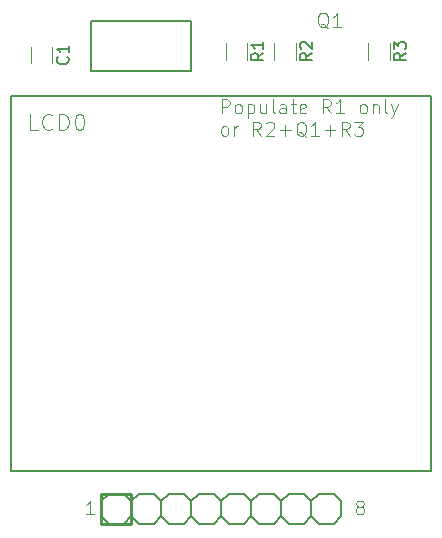
<source format=gbr>
%TF.GenerationSoftware,KiCad,Pcbnew,9.0.5*%
%TF.CreationDate,2025-10-17T16:28:27+07:00*%
%TF.ProjectId,Nokia 1202 breakout,4e6f6b69-6120-4313-9230-322062726561,rev?*%
%TF.SameCoordinates,Original*%
%TF.FileFunction,Legend,Top*%
%TF.FilePolarity,Positive*%
%FSLAX46Y46*%
G04 Gerber Fmt 4.6, Leading zero omitted, Abs format (unit mm)*
G04 Created by KiCad (PCBNEW 9.0.5) date 2025-10-17 16:28:27*
%MOMM*%
%LPD*%
G01*
G04 APERTURE LIST*
%ADD10C,0.254000*%
%ADD11C,0.101600*%
%ADD12C,0.150000*%
%ADD13C,0.120000*%
%ADD14C,0.066650*%
%ADD15C,0.152400*%
%ADD16C,0.127000*%
G04 APERTURE END LIST*
D10*
X140891100Y-124047350D02*
X138351100Y-124047350D01*
X138351100Y-124047350D02*
X138351100Y-126587350D01*
X138351100Y-126587350D02*
X140891100Y-126587350D01*
X140891100Y-126587350D02*
X140891100Y-124047350D01*
D11*
X137720651Y-125804076D02*
X137052994Y-125804076D01*
X137386822Y-125804076D02*
X137386822Y-124635676D01*
X137386822Y-124635676D02*
X137275546Y-124802590D01*
X137275546Y-124802590D02*
X137164270Y-124913866D01*
X137164270Y-124913866D02*
X137052994Y-124969504D01*
X148538632Y-91831576D02*
X148538632Y-90663176D01*
X148538632Y-90663176D02*
X148983737Y-90663176D01*
X148983737Y-90663176D02*
X149095013Y-90718814D01*
X149095013Y-90718814D02*
X149150651Y-90774452D01*
X149150651Y-90774452D02*
X149206289Y-90885728D01*
X149206289Y-90885728D02*
X149206289Y-91052642D01*
X149206289Y-91052642D02*
X149150651Y-91163918D01*
X149150651Y-91163918D02*
X149095013Y-91219557D01*
X149095013Y-91219557D02*
X148983737Y-91275195D01*
X148983737Y-91275195D02*
X148538632Y-91275195D01*
X149873946Y-91831576D02*
X149762670Y-91775938D01*
X149762670Y-91775938D02*
X149707032Y-91720299D01*
X149707032Y-91720299D02*
X149651394Y-91609023D01*
X149651394Y-91609023D02*
X149651394Y-91275195D01*
X149651394Y-91275195D02*
X149707032Y-91163918D01*
X149707032Y-91163918D02*
X149762670Y-91108280D01*
X149762670Y-91108280D02*
X149873946Y-91052642D01*
X149873946Y-91052642D02*
X150040861Y-91052642D01*
X150040861Y-91052642D02*
X150152137Y-91108280D01*
X150152137Y-91108280D02*
X150207775Y-91163918D01*
X150207775Y-91163918D02*
X150263413Y-91275195D01*
X150263413Y-91275195D02*
X150263413Y-91609023D01*
X150263413Y-91609023D02*
X150207775Y-91720299D01*
X150207775Y-91720299D02*
X150152137Y-91775938D01*
X150152137Y-91775938D02*
X150040861Y-91831576D01*
X150040861Y-91831576D02*
X149873946Y-91831576D01*
X150764156Y-91052642D02*
X150764156Y-92221042D01*
X150764156Y-91108280D02*
X150875432Y-91052642D01*
X150875432Y-91052642D02*
X151097985Y-91052642D01*
X151097985Y-91052642D02*
X151209261Y-91108280D01*
X151209261Y-91108280D02*
X151264899Y-91163918D01*
X151264899Y-91163918D02*
X151320537Y-91275195D01*
X151320537Y-91275195D02*
X151320537Y-91609023D01*
X151320537Y-91609023D02*
X151264899Y-91720299D01*
X151264899Y-91720299D02*
X151209261Y-91775938D01*
X151209261Y-91775938D02*
X151097985Y-91831576D01*
X151097985Y-91831576D02*
X150875432Y-91831576D01*
X150875432Y-91831576D02*
X150764156Y-91775938D01*
X152322023Y-91052642D02*
X152322023Y-91831576D01*
X151821280Y-91052642D02*
X151821280Y-91664661D01*
X151821280Y-91664661D02*
X151876918Y-91775938D01*
X151876918Y-91775938D02*
X151988194Y-91831576D01*
X151988194Y-91831576D02*
X152155109Y-91831576D01*
X152155109Y-91831576D02*
X152266385Y-91775938D01*
X152266385Y-91775938D02*
X152322023Y-91720299D01*
X153045318Y-91831576D02*
X152934042Y-91775938D01*
X152934042Y-91775938D02*
X152878404Y-91664661D01*
X152878404Y-91664661D02*
X152878404Y-90663176D01*
X153991166Y-91831576D02*
X153991166Y-91219557D01*
X153991166Y-91219557D02*
X153935528Y-91108280D01*
X153935528Y-91108280D02*
X153824252Y-91052642D01*
X153824252Y-91052642D02*
X153601699Y-91052642D01*
X153601699Y-91052642D02*
X153490423Y-91108280D01*
X153991166Y-91775938D02*
X153879890Y-91831576D01*
X153879890Y-91831576D02*
X153601699Y-91831576D01*
X153601699Y-91831576D02*
X153490423Y-91775938D01*
X153490423Y-91775938D02*
X153434785Y-91664661D01*
X153434785Y-91664661D02*
X153434785Y-91553385D01*
X153434785Y-91553385D02*
X153490423Y-91442109D01*
X153490423Y-91442109D02*
X153601699Y-91386471D01*
X153601699Y-91386471D02*
X153879890Y-91386471D01*
X153879890Y-91386471D02*
X153991166Y-91330833D01*
X154380633Y-91052642D02*
X154825737Y-91052642D01*
X154547547Y-90663176D02*
X154547547Y-91664661D01*
X154547547Y-91664661D02*
X154603185Y-91775938D01*
X154603185Y-91775938D02*
X154714461Y-91831576D01*
X154714461Y-91831576D02*
X154825737Y-91831576D01*
X155660309Y-91775938D02*
X155549033Y-91831576D01*
X155549033Y-91831576D02*
X155326480Y-91831576D01*
X155326480Y-91831576D02*
X155215204Y-91775938D01*
X155215204Y-91775938D02*
X155159566Y-91664661D01*
X155159566Y-91664661D02*
X155159566Y-91219557D01*
X155159566Y-91219557D02*
X155215204Y-91108280D01*
X155215204Y-91108280D02*
X155326480Y-91052642D01*
X155326480Y-91052642D02*
X155549033Y-91052642D01*
X155549033Y-91052642D02*
X155660309Y-91108280D01*
X155660309Y-91108280D02*
X155715947Y-91219557D01*
X155715947Y-91219557D02*
X155715947Y-91330833D01*
X155715947Y-91330833D02*
X155159566Y-91442109D01*
X157774557Y-91831576D02*
X157385090Y-91275195D01*
X157106900Y-91831576D02*
X157106900Y-90663176D01*
X157106900Y-90663176D02*
X157552005Y-90663176D01*
X157552005Y-90663176D02*
X157663281Y-90718814D01*
X157663281Y-90718814D02*
X157718919Y-90774452D01*
X157718919Y-90774452D02*
X157774557Y-90885728D01*
X157774557Y-90885728D02*
X157774557Y-91052642D01*
X157774557Y-91052642D02*
X157718919Y-91163918D01*
X157718919Y-91163918D02*
X157663281Y-91219557D01*
X157663281Y-91219557D02*
X157552005Y-91275195D01*
X157552005Y-91275195D02*
X157106900Y-91275195D01*
X158887319Y-91831576D02*
X158219662Y-91831576D01*
X158553490Y-91831576D02*
X158553490Y-90663176D01*
X158553490Y-90663176D02*
X158442214Y-90830090D01*
X158442214Y-90830090D02*
X158330938Y-90941366D01*
X158330938Y-90941366D02*
X158219662Y-90997004D01*
X160445186Y-91831576D02*
X160333910Y-91775938D01*
X160333910Y-91775938D02*
X160278272Y-91720299D01*
X160278272Y-91720299D02*
X160222634Y-91609023D01*
X160222634Y-91609023D02*
X160222634Y-91275195D01*
X160222634Y-91275195D02*
X160278272Y-91163918D01*
X160278272Y-91163918D02*
X160333910Y-91108280D01*
X160333910Y-91108280D02*
X160445186Y-91052642D01*
X160445186Y-91052642D02*
X160612101Y-91052642D01*
X160612101Y-91052642D02*
X160723377Y-91108280D01*
X160723377Y-91108280D02*
X160779015Y-91163918D01*
X160779015Y-91163918D02*
X160834653Y-91275195D01*
X160834653Y-91275195D02*
X160834653Y-91609023D01*
X160834653Y-91609023D02*
X160779015Y-91720299D01*
X160779015Y-91720299D02*
X160723377Y-91775938D01*
X160723377Y-91775938D02*
X160612101Y-91831576D01*
X160612101Y-91831576D02*
X160445186Y-91831576D01*
X161335396Y-91052642D02*
X161335396Y-91831576D01*
X161335396Y-91163918D02*
X161391034Y-91108280D01*
X161391034Y-91108280D02*
X161502310Y-91052642D01*
X161502310Y-91052642D02*
X161669225Y-91052642D01*
X161669225Y-91052642D02*
X161780501Y-91108280D01*
X161780501Y-91108280D02*
X161836139Y-91219557D01*
X161836139Y-91219557D02*
X161836139Y-91831576D01*
X162559434Y-91831576D02*
X162448158Y-91775938D01*
X162448158Y-91775938D02*
X162392520Y-91664661D01*
X162392520Y-91664661D02*
X162392520Y-90663176D01*
X162893263Y-91052642D02*
X163171453Y-91831576D01*
X163449644Y-91052642D02*
X163171453Y-91831576D01*
X163171453Y-91831576D02*
X163060177Y-92109766D01*
X163060177Y-92109766D02*
X163004539Y-92165404D01*
X163004539Y-92165404D02*
X162893263Y-92221042D01*
X148705546Y-93736576D02*
X148594270Y-93680938D01*
X148594270Y-93680938D02*
X148538632Y-93625299D01*
X148538632Y-93625299D02*
X148482994Y-93514023D01*
X148482994Y-93514023D02*
X148482994Y-93180195D01*
X148482994Y-93180195D02*
X148538632Y-93068918D01*
X148538632Y-93068918D02*
X148594270Y-93013280D01*
X148594270Y-93013280D02*
X148705546Y-92957642D01*
X148705546Y-92957642D02*
X148872461Y-92957642D01*
X148872461Y-92957642D02*
X148983737Y-93013280D01*
X148983737Y-93013280D02*
X149039375Y-93068918D01*
X149039375Y-93068918D02*
X149095013Y-93180195D01*
X149095013Y-93180195D02*
X149095013Y-93514023D01*
X149095013Y-93514023D02*
X149039375Y-93625299D01*
X149039375Y-93625299D02*
X148983737Y-93680938D01*
X148983737Y-93680938D02*
X148872461Y-93736576D01*
X148872461Y-93736576D02*
X148705546Y-93736576D01*
X149595756Y-93736576D02*
X149595756Y-92957642D01*
X149595756Y-93180195D02*
X149651394Y-93068918D01*
X149651394Y-93068918D02*
X149707032Y-93013280D01*
X149707032Y-93013280D02*
X149818308Y-92957642D01*
X149818308Y-92957642D02*
X149929585Y-92957642D01*
X151876918Y-93736576D02*
X151487451Y-93180195D01*
X151209261Y-93736576D02*
X151209261Y-92568176D01*
X151209261Y-92568176D02*
X151654366Y-92568176D01*
X151654366Y-92568176D02*
X151765642Y-92623814D01*
X151765642Y-92623814D02*
X151821280Y-92679452D01*
X151821280Y-92679452D02*
X151876918Y-92790728D01*
X151876918Y-92790728D02*
X151876918Y-92957642D01*
X151876918Y-92957642D02*
X151821280Y-93068918D01*
X151821280Y-93068918D02*
X151765642Y-93124557D01*
X151765642Y-93124557D02*
X151654366Y-93180195D01*
X151654366Y-93180195D02*
X151209261Y-93180195D01*
X152322023Y-92679452D02*
X152377661Y-92623814D01*
X152377661Y-92623814D02*
X152488937Y-92568176D01*
X152488937Y-92568176D02*
X152767128Y-92568176D01*
X152767128Y-92568176D02*
X152878404Y-92623814D01*
X152878404Y-92623814D02*
X152934042Y-92679452D01*
X152934042Y-92679452D02*
X152989680Y-92790728D01*
X152989680Y-92790728D02*
X152989680Y-92902004D01*
X152989680Y-92902004D02*
X152934042Y-93068918D01*
X152934042Y-93068918D02*
X152266385Y-93736576D01*
X152266385Y-93736576D02*
X152989680Y-93736576D01*
X153490423Y-93291471D02*
X154380633Y-93291471D01*
X153935528Y-93736576D02*
X153935528Y-92846366D01*
X155715946Y-93847852D02*
X155604670Y-93792214D01*
X155604670Y-93792214D02*
X155493394Y-93680938D01*
X155493394Y-93680938D02*
X155326480Y-93514023D01*
X155326480Y-93514023D02*
X155215203Y-93458385D01*
X155215203Y-93458385D02*
X155103927Y-93458385D01*
X155159565Y-93736576D02*
X155048289Y-93680938D01*
X155048289Y-93680938D02*
X154937013Y-93569661D01*
X154937013Y-93569661D02*
X154881375Y-93347109D01*
X154881375Y-93347109D02*
X154881375Y-92957642D01*
X154881375Y-92957642D02*
X154937013Y-92735090D01*
X154937013Y-92735090D02*
X155048289Y-92623814D01*
X155048289Y-92623814D02*
X155159565Y-92568176D01*
X155159565Y-92568176D02*
X155382118Y-92568176D01*
X155382118Y-92568176D02*
X155493394Y-92623814D01*
X155493394Y-92623814D02*
X155604670Y-92735090D01*
X155604670Y-92735090D02*
X155660308Y-92957642D01*
X155660308Y-92957642D02*
X155660308Y-93347109D01*
X155660308Y-93347109D02*
X155604670Y-93569661D01*
X155604670Y-93569661D02*
X155493394Y-93680938D01*
X155493394Y-93680938D02*
X155382118Y-93736576D01*
X155382118Y-93736576D02*
X155159565Y-93736576D01*
X156773070Y-93736576D02*
X156105413Y-93736576D01*
X156439241Y-93736576D02*
X156439241Y-92568176D01*
X156439241Y-92568176D02*
X156327965Y-92735090D01*
X156327965Y-92735090D02*
X156216689Y-92846366D01*
X156216689Y-92846366D02*
X156105413Y-92902004D01*
X157273813Y-93291471D02*
X158164023Y-93291471D01*
X157718918Y-93736576D02*
X157718918Y-92846366D01*
X159388060Y-93736576D02*
X158998593Y-93180195D01*
X158720403Y-93736576D02*
X158720403Y-92568176D01*
X158720403Y-92568176D02*
X159165508Y-92568176D01*
X159165508Y-92568176D02*
X159276784Y-92623814D01*
X159276784Y-92623814D02*
X159332422Y-92679452D01*
X159332422Y-92679452D02*
X159388060Y-92790728D01*
X159388060Y-92790728D02*
X159388060Y-92957642D01*
X159388060Y-92957642D02*
X159332422Y-93068918D01*
X159332422Y-93068918D02*
X159276784Y-93124557D01*
X159276784Y-93124557D02*
X159165508Y-93180195D01*
X159165508Y-93180195D02*
X158720403Y-93180195D01*
X159777527Y-92568176D02*
X160500822Y-92568176D01*
X160500822Y-92568176D02*
X160111355Y-93013280D01*
X160111355Y-93013280D02*
X160278270Y-93013280D01*
X160278270Y-93013280D02*
X160389546Y-93068918D01*
X160389546Y-93068918D02*
X160445184Y-93124557D01*
X160445184Y-93124557D02*
X160500822Y-93235833D01*
X160500822Y-93235833D02*
X160500822Y-93514023D01*
X160500822Y-93514023D02*
X160445184Y-93625299D01*
X160445184Y-93625299D02*
X160389546Y-93680938D01*
X160389546Y-93680938D02*
X160278270Y-93736576D01*
X160278270Y-93736576D02*
X159944441Y-93736576D01*
X159944441Y-93736576D02*
X159833165Y-93680938D01*
X159833165Y-93680938D02*
X159777527Y-93625299D01*
X160135546Y-125136418D02*
X160024270Y-125080780D01*
X160024270Y-125080780D02*
X159968632Y-125025142D01*
X159968632Y-125025142D02*
X159912994Y-124913866D01*
X159912994Y-124913866D02*
X159912994Y-124858228D01*
X159912994Y-124858228D02*
X159968632Y-124746952D01*
X159968632Y-124746952D02*
X160024270Y-124691314D01*
X160024270Y-124691314D02*
X160135546Y-124635676D01*
X160135546Y-124635676D02*
X160358099Y-124635676D01*
X160358099Y-124635676D02*
X160469375Y-124691314D01*
X160469375Y-124691314D02*
X160525013Y-124746952D01*
X160525013Y-124746952D02*
X160580651Y-124858228D01*
X160580651Y-124858228D02*
X160580651Y-124913866D01*
X160580651Y-124913866D02*
X160525013Y-125025142D01*
X160525013Y-125025142D02*
X160469375Y-125080780D01*
X160469375Y-125080780D02*
X160358099Y-125136418D01*
X160358099Y-125136418D02*
X160135546Y-125136418D01*
X160135546Y-125136418D02*
X160024270Y-125192057D01*
X160024270Y-125192057D02*
X159968632Y-125247695D01*
X159968632Y-125247695D02*
X159912994Y-125358971D01*
X159912994Y-125358971D02*
X159912994Y-125581523D01*
X159912994Y-125581523D02*
X159968632Y-125692799D01*
X159968632Y-125692799D02*
X160024270Y-125748438D01*
X160024270Y-125748438D02*
X160135546Y-125804076D01*
X160135546Y-125804076D02*
X160358099Y-125804076D01*
X160358099Y-125804076D02*
X160469375Y-125748438D01*
X160469375Y-125748438D02*
X160525013Y-125692799D01*
X160525013Y-125692799D02*
X160580651Y-125581523D01*
X160580651Y-125581523D02*
X160580651Y-125358971D01*
X160580651Y-125358971D02*
X160525013Y-125247695D01*
X160525013Y-125247695D02*
X160469375Y-125192057D01*
X160469375Y-125192057D02*
X160358099Y-125136418D01*
D12*
X135480680Y-87066516D02*
X135528300Y-87114135D01*
X135528300Y-87114135D02*
X135575919Y-87256992D01*
X135575919Y-87256992D02*
X135575919Y-87352230D01*
X135575919Y-87352230D02*
X135528300Y-87495087D01*
X135528300Y-87495087D02*
X135433061Y-87590325D01*
X135433061Y-87590325D02*
X135337823Y-87637944D01*
X135337823Y-87637944D02*
X135147347Y-87685563D01*
X135147347Y-87685563D02*
X135004490Y-87685563D01*
X135004490Y-87685563D02*
X134814014Y-87637944D01*
X134814014Y-87637944D02*
X134718776Y-87590325D01*
X134718776Y-87590325D02*
X134623538Y-87495087D01*
X134623538Y-87495087D02*
X134575919Y-87352230D01*
X134575919Y-87352230D02*
X134575919Y-87256992D01*
X134575919Y-87256992D02*
X134623538Y-87114135D01*
X134623538Y-87114135D02*
X134671157Y-87066516D01*
X135575919Y-86114135D02*
X135575919Y-86685563D01*
X135575919Y-86399849D02*
X134575919Y-86399849D01*
X134575919Y-86399849D02*
X134718776Y-86495087D01*
X134718776Y-86495087D02*
X134814014Y-86590325D01*
X134814014Y-86590325D02*
X134861633Y-86685563D01*
X152065919Y-86749016D02*
X151589728Y-87082349D01*
X152065919Y-87320444D02*
X151065919Y-87320444D01*
X151065919Y-87320444D02*
X151065919Y-86939492D01*
X151065919Y-86939492D02*
X151113538Y-86844254D01*
X151113538Y-86844254D02*
X151161157Y-86796635D01*
X151161157Y-86796635D02*
X151256395Y-86749016D01*
X151256395Y-86749016D02*
X151399252Y-86749016D01*
X151399252Y-86749016D02*
X151494490Y-86796635D01*
X151494490Y-86796635D02*
X151542109Y-86844254D01*
X151542109Y-86844254D02*
X151589728Y-86939492D01*
X151589728Y-86939492D02*
X151589728Y-87320444D01*
X152065919Y-85796635D02*
X152065919Y-86368063D01*
X152065919Y-86082349D02*
X151065919Y-86082349D01*
X151065919Y-86082349D02*
X151208776Y-86177587D01*
X151208776Y-86177587D02*
X151304014Y-86272825D01*
X151304014Y-86272825D02*
X151351633Y-86368063D01*
X156193419Y-86749016D02*
X155717228Y-87082349D01*
X156193419Y-87320444D02*
X155193419Y-87320444D01*
X155193419Y-87320444D02*
X155193419Y-86939492D01*
X155193419Y-86939492D02*
X155241038Y-86844254D01*
X155241038Y-86844254D02*
X155288657Y-86796635D01*
X155288657Y-86796635D02*
X155383895Y-86749016D01*
X155383895Y-86749016D02*
X155526752Y-86749016D01*
X155526752Y-86749016D02*
X155621990Y-86796635D01*
X155621990Y-86796635D02*
X155669609Y-86844254D01*
X155669609Y-86844254D02*
X155717228Y-86939492D01*
X155717228Y-86939492D02*
X155717228Y-87320444D01*
X155288657Y-86368063D02*
X155241038Y-86320444D01*
X155241038Y-86320444D02*
X155193419Y-86225206D01*
X155193419Y-86225206D02*
X155193419Y-85987111D01*
X155193419Y-85987111D02*
X155241038Y-85891873D01*
X155241038Y-85891873D02*
X155288657Y-85844254D01*
X155288657Y-85844254D02*
X155383895Y-85796635D01*
X155383895Y-85796635D02*
X155479133Y-85796635D01*
X155479133Y-85796635D02*
X155621990Y-85844254D01*
X155621990Y-85844254D02*
X156193419Y-86415682D01*
X156193419Y-86415682D02*
X156193419Y-85796635D01*
X164130919Y-86749016D02*
X163654728Y-87082349D01*
X164130919Y-87320444D02*
X163130919Y-87320444D01*
X163130919Y-87320444D02*
X163130919Y-86939492D01*
X163130919Y-86939492D02*
X163178538Y-86844254D01*
X163178538Y-86844254D02*
X163226157Y-86796635D01*
X163226157Y-86796635D02*
X163321395Y-86749016D01*
X163321395Y-86749016D02*
X163464252Y-86749016D01*
X163464252Y-86749016D02*
X163559490Y-86796635D01*
X163559490Y-86796635D02*
X163607109Y-86844254D01*
X163607109Y-86844254D02*
X163654728Y-86939492D01*
X163654728Y-86939492D02*
X163654728Y-87320444D01*
X163130919Y-86415682D02*
X163130919Y-85796635D01*
X163130919Y-85796635D02*
X163511871Y-86129968D01*
X163511871Y-86129968D02*
X163511871Y-85987111D01*
X163511871Y-85987111D02*
X163559490Y-85891873D01*
X163559490Y-85891873D02*
X163607109Y-85844254D01*
X163607109Y-85844254D02*
X163702347Y-85796635D01*
X163702347Y-85796635D02*
X163940442Y-85796635D01*
X163940442Y-85796635D02*
X164035680Y-85844254D01*
X164035680Y-85844254D02*
X164083300Y-85891873D01*
X164083300Y-85891873D02*
X164130919Y-85987111D01*
X164130919Y-85987111D02*
X164130919Y-86272825D01*
X164130919Y-86272825D02*
X164083300Y-86368063D01*
X164083300Y-86368063D02*
X164035680Y-86415682D01*
D13*
X132955761Y-93277224D02*
X132298618Y-93277224D01*
X132298618Y-93277224D02*
X132298618Y-91897224D01*
X134204332Y-93145795D02*
X134138618Y-93211510D01*
X134138618Y-93211510D02*
X133941475Y-93277224D01*
X133941475Y-93277224D02*
X133810047Y-93277224D01*
X133810047Y-93277224D02*
X133612904Y-93211510D01*
X133612904Y-93211510D02*
X133481475Y-93080081D01*
X133481475Y-93080081D02*
X133415761Y-92948652D01*
X133415761Y-92948652D02*
X133350047Y-92685795D01*
X133350047Y-92685795D02*
X133350047Y-92488652D01*
X133350047Y-92488652D02*
X133415761Y-92225795D01*
X133415761Y-92225795D02*
X133481475Y-92094367D01*
X133481475Y-92094367D02*
X133612904Y-91962938D01*
X133612904Y-91962938D02*
X133810047Y-91897224D01*
X133810047Y-91897224D02*
X133941475Y-91897224D01*
X133941475Y-91897224D02*
X134138618Y-91962938D01*
X134138618Y-91962938D02*
X134204332Y-92028652D01*
X134795761Y-93277224D02*
X134795761Y-91897224D01*
X134795761Y-91897224D02*
X135124332Y-91897224D01*
X135124332Y-91897224D02*
X135321475Y-91962938D01*
X135321475Y-91962938D02*
X135452904Y-92094367D01*
X135452904Y-92094367D02*
X135518618Y-92225795D01*
X135518618Y-92225795D02*
X135584332Y-92488652D01*
X135584332Y-92488652D02*
X135584332Y-92685795D01*
X135584332Y-92685795D02*
X135518618Y-92948652D01*
X135518618Y-92948652D02*
X135452904Y-93080081D01*
X135452904Y-93080081D02*
X135321475Y-93211510D01*
X135321475Y-93211510D02*
X135124332Y-93277224D01*
X135124332Y-93277224D02*
X134795761Y-93277224D01*
X136438618Y-91897224D02*
X136570047Y-91897224D01*
X136570047Y-91897224D02*
X136701475Y-91962938D01*
X136701475Y-91962938D02*
X136767190Y-92028652D01*
X136767190Y-92028652D02*
X136832904Y-92160081D01*
X136832904Y-92160081D02*
X136898618Y-92422938D01*
X136898618Y-92422938D02*
X136898618Y-92751510D01*
X136898618Y-92751510D02*
X136832904Y-93014367D01*
X136832904Y-93014367D02*
X136767190Y-93145795D01*
X136767190Y-93145795D02*
X136701475Y-93211510D01*
X136701475Y-93211510D02*
X136570047Y-93277224D01*
X136570047Y-93277224D02*
X136438618Y-93277224D01*
X136438618Y-93277224D02*
X136307190Y-93211510D01*
X136307190Y-93211510D02*
X136241475Y-93145795D01*
X136241475Y-93145795D02*
X136175761Y-93014367D01*
X136175761Y-93014367D02*
X136110047Y-92751510D01*
X136110047Y-92751510D02*
X136110047Y-92422938D01*
X136110047Y-92422938D02*
X136175761Y-92160081D01*
X136175761Y-92160081D02*
X136241475Y-92028652D01*
X136241475Y-92028652D02*
X136307190Y-91962938D01*
X136307190Y-91962938D02*
X136438618Y-91897224D01*
D14*
X157581193Y-84641222D02*
X157466588Y-84583919D01*
X157466588Y-84583919D02*
X157351983Y-84469315D01*
X157351983Y-84469315D02*
X157180076Y-84297407D01*
X157180076Y-84297407D02*
X157065471Y-84240105D01*
X157065471Y-84240105D02*
X156950867Y-84240105D01*
X157008169Y-84526617D02*
X156893564Y-84469315D01*
X156893564Y-84469315D02*
X156778959Y-84354710D01*
X156778959Y-84354710D02*
X156721657Y-84125500D01*
X156721657Y-84125500D02*
X156721657Y-83724384D01*
X156721657Y-83724384D02*
X156778959Y-83495174D01*
X156778959Y-83495174D02*
X156893564Y-83380569D01*
X156893564Y-83380569D02*
X157008169Y-83323267D01*
X157008169Y-83323267D02*
X157237378Y-83323267D01*
X157237378Y-83323267D02*
X157351983Y-83380569D01*
X157351983Y-83380569D02*
X157466588Y-83495174D01*
X157466588Y-83495174D02*
X157523890Y-83724384D01*
X157523890Y-83724384D02*
X157523890Y-84125500D01*
X157523890Y-84125500D02*
X157466588Y-84354710D01*
X157466588Y-84354710D02*
X157351983Y-84469315D01*
X157351983Y-84469315D02*
X157237378Y-84526617D01*
X157237378Y-84526617D02*
X157008169Y-84526617D01*
X158669938Y-84526617D02*
X157982309Y-84526617D01*
X158326123Y-84526617D02*
X158326123Y-83323267D01*
X158326123Y-83323267D02*
X158211519Y-83495174D01*
X158211519Y-83495174D02*
X158096914Y-83609779D01*
X158096914Y-83609779D02*
X157982309Y-83667081D01*
D13*
%TO.C,C1*%
X134181100Y-86188598D02*
X134181100Y-87611102D01*
X132361100Y-86188598D02*
X132361100Y-87611102D01*
%TO.C,R1*%
X150691100Y-85855286D02*
X150691100Y-87309414D01*
X148871100Y-85855286D02*
X148871100Y-87309414D01*
%TO.C,R2*%
X154818600Y-85855286D02*
X154818600Y-87309414D01*
X152998600Y-85855286D02*
X152998600Y-87309414D01*
%TO.C,R3*%
X162756100Y-85855286D02*
X162756100Y-87309414D01*
X160936100Y-85855286D02*
X160936100Y-87309414D01*
D15*
%TO.C,JP1*%
X138351100Y-124682350D02*
X138351100Y-125952350D01*
X138351100Y-125952350D02*
X138986100Y-126587350D01*
X138986100Y-124047350D02*
X138351100Y-124682350D01*
X138986100Y-124047350D02*
X140256100Y-124047350D01*
X140256100Y-124047350D02*
X140891100Y-124682350D01*
X140256100Y-126587350D02*
X138986100Y-126587350D01*
X140891100Y-124682350D02*
X140891100Y-125952350D01*
X140891100Y-124682350D02*
X141526100Y-124047350D01*
X140891100Y-125952350D02*
X140256100Y-126587350D01*
X141526100Y-124047350D02*
X142796100Y-124047350D01*
X141526100Y-126587350D02*
X140891100Y-125952350D01*
X142796100Y-124047350D02*
X143431100Y-124682350D01*
X142796100Y-126587350D02*
X141526100Y-126587350D01*
X143431100Y-124682350D02*
X143431100Y-125952350D01*
X143431100Y-124682350D02*
X144066100Y-124047350D01*
X143431100Y-125952350D02*
X142796100Y-126587350D01*
X144066100Y-124047350D02*
X145336100Y-124047350D01*
X144066100Y-126587350D02*
X143431100Y-125952350D01*
X145336100Y-124047350D02*
X145971100Y-124682350D01*
X145336100Y-126587350D02*
X144066100Y-126587350D01*
X145971100Y-124682350D02*
X145971100Y-125952350D01*
X145971100Y-125952350D02*
X145336100Y-126587350D01*
X145971100Y-125952350D02*
X146606100Y-126587350D01*
X146606100Y-124047350D02*
X145971100Y-124682350D01*
X146606100Y-124047350D02*
X147876100Y-124047350D01*
X147876100Y-124047350D02*
X148511100Y-124682350D01*
X147876100Y-126587350D02*
X146606100Y-126587350D01*
X148511100Y-124682350D02*
X148511100Y-125952350D01*
X148511100Y-124682350D02*
X149146100Y-124047350D01*
X148511100Y-125952350D02*
X147876100Y-126587350D01*
X149146100Y-124047350D02*
X150416100Y-124047350D01*
X149146100Y-126587350D02*
X148511100Y-125952350D01*
X150416100Y-124047350D02*
X151051100Y-124682350D01*
X150416100Y-126587350D02*
X149146100Y-126587350D01*
X151051100Y-124682350D02*
X151051100Y-125952350D01*
X151051100Y-124682350D02*
X151686100Y-124047350D01*
X151051100Y-125952350D02*
X150416100Y-126587350D01*
X151686100Y-124047350D02*
X152956100Y-124047350D01*
X151686100Y-126587350D02*
X151051100Y-125952350D01*
X152956100Y-124047350D02*
X153591100Y-124682350D01*
X152956100Y-126587350D02*
X151686100Y-126587350D01*
X153591100Y-124682350D02*
X153591100Y-125952350D01*
X153591100Y-125952350D02*
X152956100Y-126587350D01*
X153591100Y-125952350D02*
X154226100Y-126587350D01*
X154226100Y-124047350D02*
X153591100Y-124682350D01*
X154226100Y-124047350D02*
X155496100Y-124047350D01*
X155496100Y-124047350D02*
X156131100Y-124682350D01*
X155496100Y-126587350D02*
X154226100Y-126587350D01*
X156131100Y-124682350D02*
X156131100Y-125952350D01*
X156131100Y-125952350D02*
X155496100Y-126587350D01*
X156131100Y-125952350D02*
X156766100Y-126587350D01*
X156766100Y-124047350D02*
X156131100Y-124682350D01*
X156766100Y-124047350D02*
X158036100Y-124047350D01*
X158036100Y-124047350D02*
X158671100Y-124682350D01*
X158036100Y-126587350D02*
X156766100Y-126587350D01*
X158671100Y-124682350D02*
X158671100Y-125952350D01*
X158671100Y-125952350D02*
X158036100Y-126587350D01*
D16*
%TO.C,LCD0*%
X130731100Y-90392350D02*
X166291100Y-90392350D01*
X130731100Y-122142350D02*
X130731100Y-90392350D01*
X137481100Y-84042350D02*
X137481100Y-88252350D01*
X137481100Y-88252350D02*
X145971100Y-88252350D01*
X145971100Y-84042350D02*
X137481100Y-84042350D01*
X145971100Y-88252350D02*
X145971100Y-84042350D01*
X166291100Y-90392350D02*
X166291100Y-122142350D01*
X166291100Y-122142350D02*
X130731100Y-122142350D01*
%TD*%
M02*

</source>
